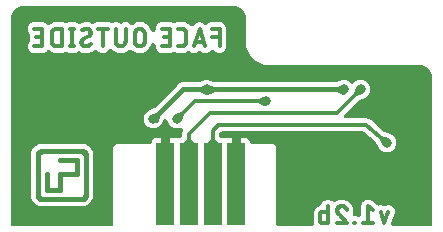
<source format=gbr>
G04 EAGLE Gerber RS-274X export*
G75*
%MOMM*%
%FSLAX34Y34*%
%LPD*%
%INBottom Copper*%
%IPPOS*%
%AMOC8*
5,1,8,0,0,1.08239X$1,22.5*%
G01*
%ADD10C,0.304800*%
%ADD11R,1.500000X7.000000*%
%ADD12C,0.800000*%
%ADD13C,0.406400*%

G36*
X89030Y4004D02*
X89030Y4004D01*
X89060Y4002D01*
X89229Y4024D01*
X89397Y4041D01*
X89426Y4050D01*
X89456Y4054D01*
X89617Y4109D01*
X89779Y4159D01*
X89806Y4173D01*
X89834Y4183D01*
X89980Y4269D01*
X90129Y4350D01*
X90153Y4370D01*
X90179Y4385D01*
X90305Y4498D01*
X90435Y4608D01*
X90454Y4631D01*
X90476Y4652D01*
X90577Y4788D01*
X90683Y4921D01*
X90697Y4948D01*
X90715Y4972D01*
X90787Y5125D01*
X90864Y5277D01*
X90872Y5306D01*
X90885Y5333D01*
X90925Y5499D01*
X90970Y5662D01*
X90973Y5692D01*
X90980Y5721D01*
X90999Y6000D01*
X90999Y71657D01*
X93343Y74001D01*
X117419Y74001D01*
X117490Y73996D01*
X121580Y73996D01*
X121614Y73999D01*
X121648Y73997D01*
X121813Y74019D01*
X121978Y74036D01*
X122010Y74046D01*
X122044Y74050D01*
X122201Y74105D01*
X122359Y74154D01*
X122389Y74170D01*
X122421Y74181D01*
X122564Y74266D01*
X122710Y74345D01*
X122736Y74367D01*
X122765Y74385D01*
X122889Y74496D01*
X123015Y74603D01*
X123036Y74629D01*
X123062Y74652D01*
X123160Y74786D01*
X123263Y74916D01*
X123279Y74946D01*
X123299Y74974D01*
X123369Y75124D01*
X123444Y75272D01*
X123453Y75305D01*
X123468Y75336D01*
X123541Y75605D01*
X123653Y76167D01*
X123955Y76895D01*
X124392Y77550D01*
X124950Y78108D01*
X125605Y78545D01*
X126333Y78847D01*
X127106Y79001D01*
X131251Y79001D01*
X131251Y41750D01*
X131254Y41720D01*
X131252Y41690D01*
X131274Y41521D01*
X131291Y41353D01*
X131300Y41324D01*
X131303Y41294D01*
X131358Y41133D01*
X131409Y40971D01*
X131423Y40945D01*
X131433Y40916D01*
X131519Y40770D01*
X131600Y40621D01*
X131620Y40598D01*
X131635Y40571D01*
X131748Y40445D01*
X131858Y40315D01*
X131881Y40297D01*
X131902Y40274D01*
X132038Y40173D01*
X132171Y40067D01*
X132198Y40053D01*
X132222Y40035D01*
X132375Y39963D01*
X132527Y39886D01*
X132556Y39878D01*
X132583Y39865D01*
X132749Y39825D01*
X132912Y39780D01*
X132942Y39778D01*
X132971Y39770D01*
X133250Y39751D01*
X136750Y39751D01*
X136780Y39754D01*
X136810Y39752D01*
X136979Y39774D01*
X137147Y39791D01*
X137176Y39800D01*
X137206Y39804D01*
X137367Y39859D01*
X137529Y39909D01*
X137556Y39923D01*
X137584Y39933D01*
X137730Y40019D01*
X137879Y40101D01*
X137903Y40120D01*
X137929Y40135D01*
X138055Y40249D01*
X138185Y40358D01*
X138204Y40382D01*
X138226Y40402D01*
X138327Y40538D01*
X138433Y40671D01*
X138447Y40698D01*
X138465Y40722D01*
X138537Y40876D01*
X138614Y41027D01*
X138622Y41056D01*
X138635Y41084D01*
X138675Y41249D01*
X138720Y41412D01*
X138723Y41442D01*
X138730Y41472D01*
X138749Y41750D01*
X138749Y79001D01*
X142894Y79001D01*
X143667Y78847D01*
X143863Y78766D01*
X143899Y78755D01*
X143933Y78738D01*
X144090Y78698D01*
X144245Y78651D01*
X144283Y78647D01*
X144319Y78638D01*
X144481Y78629D01*
X144643Y78614D01*
X144680Y78618D01*
X144718Y78616D01*
X144878Y78639D01*
X145040Y78657D01*
X145076Y78668D01*
X145113Y78674D01*
X145266Y78729D01*
X145421Y78778D01*
X145454Y78796D01*
X145489Y78809D01*
X145628Y78893D01*
X145770Y78972D01*
X145798Y78997D01*
X145805Y79001D01*
X147476Y79001D01*
X147506Y79004D01*
X147536Y79002D01*
X147705Y79024D01*
X147873Y79041D01*
X147902Y79050D01*
X147932Y79054D01*
X148093Y79109D01*
X148255Y79159D01*
X148282Y79173D01*
X148310Y79183D01*
X148456Y79269D01*
X148605Y79350D01*
X148629Y79370D01*
X148655Y79385D01*
X148781Y79498D01*
X148911Y79608D01*
X148930Y79631D01*
X148952Y79652D01*
X149053Y79788D01*
X149159Y79921D01*
X149173Y79948D01*
X149191Y79972D01*
X149263Y80125D01*
X149340Y80277D01*
X149348Y80306D01*
X149361Y80333D01*
X149401Y80499D01*
X149446Y80662D01*
X149449Y80692D01*
X149456Y80721D01*
X149475Y81000D01*
X149475Y83599D01*
X149926Y84686D01*
X149930Y84701D01*
X149937Y84714D01*
X149987Y84891D01*
X150041Y85069D01*
X150042Y85084D01*
X150046Y85098D01*
X150061Y85283D01*
X150078Y85466D01*
X150076Y85481D01*
X150077Y85497D01*
X150055Y85680D01*
X150035Y85863D01*
X150030Y85878D01*
X150028Y85893D01*
X149970Y86068D01*
X149914Y86244D01*
X149907Y86257D01*
X149902Y86272D01*
X149809Y86432D01*
X149720Y86593D01*
X149710Y86605D01*
X149702Y86618D01*
X149580Y86757D01*
X149460Y86897D01*
X149448Y86906D01*
X149438Y86917D01*
X149290Y87029D01*
X149145Y87142D01*
X149131Y87149D01*
X149119Y87158D01*
X148952Y87239D01*
X148788Y87321D01*
X148773Y87324D01*
X148759Y87331D01*
X148579Y87377D01*
X148402Y87424D01*
X148387Y87425D01*
X148372Y87429D01*
X148188Y87438D01*
X148003Y87449D01*
X147988Y87447D01*
X147973Y87448D01*
X147791Y87420D01*
X147608Y87394D01*
X147593Y87389D01*
X147578Y87387D01*
X147313Y87298D01*
X146591Y86999D01*
X143409Y86999D01*
X140468Y88217D01*
X138217Y90468D01*
X136915Y93611D01*
X136841Y93749D01*
X136773Y93890D01*
X136747Y93925D01*
X136726Y93963D01*
X136627Y94083D01*
X136532Y94208D01*
X136499Y94237D01*
X136471Y94270D01*
X136349Y94369D01*
X136232Y94472D01*
X136194Y94493D01*
X136160Y94521D01*
X136021Y94593D01*
X135885Y94671D01*
X135844Y94684D01*
X135805Y94704D01*
X135655Y94747D01*
X135506Y94797D01*
X135463Y94802D01*
X135421Y94814D01*
X135265Y94826D01*
X135110Y94845D01*
X135067Y94841D01*
X135023Y94845D01*
X134868Y94826D01*
X134712Y94813D01*
X134670Y94801D01*
X134627Y94796D01*
X134478Y94746D01*
X134328Y94703D01*
X134289Y94683D01*
X134248Y94669D01*
X134112Y94591D01*
X133973Y94519D01*
X133940Y94491D01*
X133902Y94470D01*
X133785Y94366D01*
X133663Y94268D01*
X133635Y94234D01*
X133602Y94205D01*
X133508Y94081D01*
X133408Y93960D01*
X133381Y93913D01*
X133361Y93887D01*
X133337Y93836D01*
X133269Y93718D01*
X132328Y91775D01*
X132313Y91735D01*
X132280Y91668D01*
X131783Y90468D01*
X129532Y88217D01*
X126591Y86999D01*
X123409Y86999D01*
X120468Y88217D01*
X118217Y90468D01*
X116999Y93409D01*
X116999Y96591D01*
X118217Y99532D01*
X120468Y101783D01*
X121668Y102280D01*
X121706Y102300D01*
X121775Y102328D01*
X125393Y104081D01*
X125558Y104182D01*
X125724Y104283D01*
X125729Y104288D01*
X125733Y104290D01*
X125749Y104305D01*
X125935Y104466D01*
X144604Y123136D01*
X146583Y125114D01*
X148800Y126033D01*
X162645Y126033D01*
X162837Y126052D01*
X163031Y126070D01*
X163038Y126072D01*
X163043Y126073D01*
X163063Y126079D01*
X163301Y126143D01*
X167100Y127462D01*
X167138Y127480D01*
X167209Y127504D01*
X168409Y128001D01*
X171591Y128001D01*
X172791Y127504D01*
X172832Y127491D01*
X172900Y127462D01*
X176699Y126143D01*
X176888Y126098D01*
X177076Y126052D01*
X177083Y126052D01*
X177088Y126051D01*
X177109Y126050D01*
X177355Y126033D01*
X278645Y126033D01*
X278837Y126052D01*
X279031Y126070D01*
X279038Y126072D01*
X279043Y126073D01*
X279063Y126079D01*
X279301Y126143D01*
X283100Y127462D01*
X283139Y127480D01*
X283209Y127504D01*
X284409Y128001D01*
X287591Y128001D01*
X290532Y126783D01*
X291836Y125478D01*
X291860Y125459D01*
X291880Y125436D01*
X292014Y125333D01*
X292146Y125226D01*
X292172Y125211D01*
X292196Y125193D01*
X292349Y125119D01*
X292499Y125039D01*
X292528Y125031D01*
X292555Y125018D01*
X292719Y124975D01*
X292882Y124927D01*
X292912Y124924D01*
X292942Y124917D01*
X293110Y124908D01*
X293280Y124893D01*
X293310Y124897D01*
X293340Y124895D01*
X293508Y124919D01*
X293677Y124939D01*
X293706Y124948D01*
X293736Y124953D01*
X293895Y125010D01*
X294057Y125063D01*
X294083Y125078D01*
X294112Y125088D01*
X294256Y125176D01*
X294404Y125260D01*
X294427Y125280D01*
X294453Y125295D01*
X294664Y125478D01*
X295968Y126783D01*
X298909Y128001D01*
X302091Y128001D01*
X305032Y126783D01*
X307283Y124532D01*
X308501Y121591D01*
X308501Y118409D01*
X307283Y115468D01*
X305032Y113217D01*
X304673Y113069D01*
X304666Y113065D01*
X304659Y113063D01*
X304489Y112970D01*
X304321Y112880D01*
X304315Y112875D01*
X304308Y112871D01*
X304307Y112870D01*
X303475Y112568D01*
X303474Y112568D01*
X303436Y112554D01*
X303405Y112539D01*
X303353Y112522D01*
X302039Y111977D01*
X301859Y111959D01*
X301851Y111957D01*
X301844Y111956D01*
X301575Y111880D01*
X299615Y111169D01*
X299538Y111132D01*
X299457Y111104D01*
X299358Y111046D01*
X299255Y110996D01*
X299187Y110945D01*
X299113Y110901D01*
X298978Y110787D01*
X298937Y110755D01*
X298923Y110741D01*
X298900Y110721D01*
X286840Y98955D01*
X286823Y98934D01*
X286802Y98916D01*
X286694Y98781D01*
X286584Y98649D01*
X286571Y98625D01*
X286553Y98603D01*
X286475Y98449D01*
X286393Y98298D01*
X286385Y98272D01*
X286372Y98247D01*
X286327Y98081D01*
X286276Y97916D01*
X286273Y97889D01*
X286266Y97862D01*
X286254Y97691D01*
X286237Y97519D01*
X286240Y97491D01*
X286238Y97464D01*
X286260Y97293D01*
X286278Y97121D01*
X286286Y97095D01*
X286290Y97068D01*
X286346Y96904D01*
X286397Y96740D01*
X286411Y96716D01*
X286419Y96690D01*
X286507Y96541D01*
X286590Y96390D01*
X286608Y96369D01*
X286622Y96345D01*
X286737Y96217D01*
X286848Y96085D01*
X286870Y96068D01*
X286888Y96048D01*
X287026Y95945D01*
X287162Y95838D01*
X287186Y95826D01*
X287208Y95809D01*
X287365Y95736D01*
X287518Y95658D01*
X287545Y95651D01*
X287570Y95639D01*
X287737Y95598D01*
X287904Y95553D01*
X287931Y95551D01*
X287958Y95544D01*
X288236Y95525D01*
X304711Y95525D01*
X304763Y95530D01*
X304864Y95531D01*
X305706Y95595D01*
X305749Y95586D01*
X305920Y95544D01*
X305949Y95542D01*
X305967Y95538D01*
X306019Y95537D01*
X306079Y95533D01*
X306847Y95215D01*
X306897Y95200D01*
X306991Y95161D01*
X307794Y94899D01*
X307830Y94874D01*
X307972Y94770D01*
X307998Y94757D01*
X308013Y94746D01*
X308060Y94726D01*
X308114Y94699D01*
X308702Y94111D01*
X308743Y94078D01*
X308815Y94007D01*
X320306Y84157D01*
X320376Y84108D01*
X320441Y84051D01*
X320540Y83994D01*
X320634Y83929D01*
X320712Y83895D01*
X320787Y83852D01*
X320953Y83791D01*
X321001Y83770D01*
X321020Y83766D01*
X321049Y83755D01*
X323367Y83080D01*
X323508Y83054D01*
X323647Y83020D01*
X323719Y83015D01*
X323760Y83008D01*
X323814Y83009D01*
X323926Y83001D01*
X324091Y83001D01*
X325056Y82601D01*
X325108Y82586D01*
X325262Y82529D01*
X325800Y82372D01*
X325890Y82314D01*
X325961Y82262D01*
X325969Y82256D01*
X326006Y82229D01*
X326070Y82197D01*
X326105Y82174D01*
X326156Y82154D01*
X326256Y82104D01*
X327032Y81783D01*
X329283Y79532D01*
X330501Y76591D01*
X330501Y73409D01*
X329283Y70468D01*
X327032Y68217D01*
X324091Y66999D01*
X320909Y66999D01*
X317968Y68217D01*
X315717Y70468D01*
X315193Y71734D01*
X315177Y71764D01*
X315157Y71815D01*
X313626Y75095D01*
X313582Y75169D01*
X313547Y75247D01*
X313480Y75340D01*
X313421Y75439D01*
X313364Y75502D01*
X313314Y75571D01*
X313188Y75696D01*
X313153Y75734D01*
X313137Y75746D01*
X313115Y75768D01*
X303518Y83994D01*
X303380Y84090D01*
X303245Y84191D01*
X303216Y84204D01*
X303190Y84222D01*
X303036Y84289D01*
X302883Y84361D01*
X302853Y84368D01*
X302824Y84381D01*
X302659Y84416D01*
X302495Y84456D01*
X302457Y84458D01*
X302433Y84464D01*
X302378Y84464D01*
X302217Y84475D01*
X183117Y84475D01*
X183071Y84471D01*
X183026Y84473D01*
X182873Y84451D01*
X182719Y84435D01*
X182676Y84422D01*
X182631Y84415D01*
X182485Y84363D01*
X182338Y84317D01*
X182298Y84296D01*
X182255Y84280D01*
X182123Y84200D01*
X181987Y84126D01*
X181952Y84096D01*
X181914Y84073D01*
X181703Y83890D01*
X181110Y83297D01*
X181082Y83262D01*
X181048Y83232D01*
X180956Y83108D01*
X180857Y82988D01*
X180836Y82948D01*
X180809Y82911D01*
X180743Y82771D01*
X180671Y82635D01*
X180658Y82591D01*
X180639Y82550D01*
X180602Y82400D01*
X180559Y82251D01*
X180555Y82206D01*
X180544Y82162D01*
X180525Y81883D01*
X180525Y81000D01*
X180528Y80970D01*
X180526Y80940D01*
X180548Y80771D01*
X180565Y80603D01*
X180574Y80574D01*
X180578Y80544D01*
X180633Y80383D01*
X180683Y80221D01*
X180697Y80194D01*
X180707Y80166D01*
X180793Y80020D01*
X180874Y79871D01*
X180894Y79847D01*
X180909Y79821D01*
X181022Y79695D01*
X181132Y79565D01*
X181155Y79546D01*
X181176Y79524D01*
X181312Y79423D01*
X181445Y79317D01*
X181472Y79303D01*
X181496Y79285D01*
X181649Y79213D01*
X181801Y79136D01*
X181830Y79128D01*
X181857Y79115D01*
X182023Y79075D01*
X182186Y79030D01*
X182216Y79027D01*
X182245Y79020D01*
X182524Y79001D01*
X184201Y79001D01*
X184268Y78947D01*
X184301Y78929D01*
X184332Y78906D01*
X184478Y78836D01*
X184621Y78760D01*
X184657Y78750D01*
X184692Y78733D01*
X184849Y78693D01*
X185004Y78648D01*
X185042Y78645D01*
X185079Y78635D01*
X185241Y78628D01*
X185402Y78614D01*
X185440Y78618D01*
X185478Y78617D01*
X185638Y78641D01*
X185799Y78660D01*
X185835Y78672D01*
X185873Y78677D01*
X186137Y78766D01*
X186333Y78847D01*
X187106Y79001D01*
X191251Y79001D01*
X191251Y41750D01*
X191254Y41720D01*
X191252Y41690D01*
X191274Y41521D01*
X191291Y41353D01*
X191300Y41324D01*
X191303Y41294D01*
X191358Y41133D01*
X191409Y40971D01*
X191423Y40945D01*
X191433Y40916D01*
X191519Y40770D01*
X191600Y40621D01*
X191620Y40598D01*
X191635Y40571D01*
X191748Y40445D01*
X191858Y40315D01*
X191881Y40297D01*
X191902Y40274D01*
X192038Y40173D01*
X192171Y40067D01*
X192198Y40053D01*
X192222Y40035D01*
X192375Y39963D01*
X192527Y39886D01*
X192556Y39878D01*
X192583Y39865D01*
X192749Y39825D01*
X192912Y39780D01*
X192942Y39778D01*
X192971Y39770D01*
X193250Y39751D01*
X196750Y39751D01*
X196780Y39754D01*
X196810Y39752D01*
X196979Y39774D01*
X197147Y39791D01*
X197176Y39800D01*
X197206Y39804D01*
X197367Y39859D01*
X197529Y39909D01*
X197556Y39923D01*
X197584Y39933D01*
X197730Y40019D01*
X197879Y40101D01*
X197903Y40120D01*
X197929Y40135D01*
X198055Y40249D01*
X198185Y40358D01*
X198204Y40382D01*
X198226Y40402D01*
X198327Y40538D01*
X198433Y40671D01*
X198447Y40698D01*
X198465Y40722D01*
X198537Y40876D01*
X198614Y41027D01*
X198622Y41056D01*
X198635Y41084D01*
X198675Y41249D01*
X198720Y41412D01*
X198723Y41442D01*
X198730Y41472D01*
X198749Y41750D01*
X198749Y79001D01*
X202894Y79001D01*
X203667Y78847D01*
X204395Y78545D01*
X205050Y78108D01*
X205608Y77550D01*
X206045Y76895D01*
X206347Y76167D01*
X206458Y75610D01*
X206468Y75577D01*
X206472Y75544D01*
X206526Y75387D01*
X206574Y75228D01*
X206591Y75198D01*
X206602Y75166D01*
X206686Y75023D01*
X206765Y74877D01*
X206787Y74851D01*
X206804Y74821D01*
X206915Y74698D01*
X207021Y74570D01*
X207048Y74549D01*
X207070Y74524D01*
X207203Y74425D01*
X207333Y74321D01*
X207363Y74306D01*
X207391Y74285D01*
X207541Y74215D01*
X207688Y74139D01*
X207721Y74130D01*
X207752Y74115D01*
X207913Y74076D01*
X208073Y74031D01*
X208107Y74028D01*
X208140Y74020D01*
X208419Y74001D01*
X226657Y74001D01*
X229001Y71657D01*
X229001Y6000D01*
X229004Y5970D01*
X229002Y5940D01*
X229024Y5771D01*
X229041Y5603D01*
X229050Y5574D01*
X229054Y5544D01*
X229109Y5383D01*
X229159Y5221D01*
X229173Y5194D01*
X229183Y5166D01*
X229269Y5020D01*
X229350Y4871D01*
X229370Y4847D01*
X229385Y4821D01*
X229498Y4695D01*
X229608Y4565D01*
X229631Y4546D01*
X229652Y4524D01*
X229788Y4423D01*
X229921Y4317D01*
X229948Y4303D01*
X229972Y4285D01*
X230125Y4213D01*
X230277Y4136D01*
X230306Y4128D01*
X230333Y4115D01*
X230499Y4075D01*
X230662Y4030D01*
X230692Y4027D01*
X230721Y4020D01*
X231000Y4001D01*
X258789Y4001D01*
X258941Y4016D01*
X259095Y4024D01*
X259140Y4036D01*
X259186Y4041D01*
X259333Y4086D01*
X259481Y4125D01*
X259523Y4145D01*
X259568Y4159D01*
X259702Y4232D01*
X259840Y4300D01*
X259877Y4328D01*
X259918Y4350D01*
X260035Y4449D01*
X260157Y4543D01*
X260188Y4578D01*
X260223Y4608D01*
X260319Y4728D01*
X260420Y4844D01*
X260443Y4884D01*
X260472Y4921D01*
X260541Y5058D01*
X260617Y5191D01*
X260631Y5235D01*
X260653Y5277D01*
X260693Y5425D01*
X260741Y5571D01*
X260747Y5617D01*
X260759Y5662D01*
X260770Y5815D01*
X260788Y5967D01*
X260784Y6014D01*
X260787Y6060D01*
X260767Y6212D01*
X260754Y6365D01*
X260741Y6410D01*
X260735Y6456D01*
X260685Y6601D01*
X260642Y6749D01*
X260617Y6801D01*
X260612Y6817D01*
X260612Y16028D01*
X262750Y19732D01*
X266529Y21914D01*
X266622Y21981D01*
X266720Y22039D01*
X266784Y22097D01*
X266853Y22147D01*
X266931Y22231D01*
X267016Y22308D01*
X267067Y22377D01*
X267125Y22440D01*
X267184Y22538D01*
X267252Y22630D01*
X267304Y22734D01*
X267333Y22781D01*
X267346Y22819D01*
X267377Y22880D01*
X268000Y24386D01*
X269554Y25940D01*
X271585Y26781D01*
X273783Y26781D01*
X275813Y25940D01*
X276373Y25380D01*
X276503Y25274D01*
X276630Y25163D01*
X276657Y25148D01*
X276682Y25128D01*
X276831Y25049D01*
X276977Y24966D01*
X277007Y24956D01*
X277035Y24941D01*
X277197Y24894D01*
X277357Y24841D01*
X277388Y24838D01*
X277418Y24829D01*
X277587Y24815D01*
X277753Y24795D01*
X277785Y24798D01*
X277816Y24795D01*
X277984Y24814D01*
X278152Y24828D01*
X278182Y24837D01*
X278213Y24841D01*
X278374Y24893D01*
X278535Y24940D01*
X278569Y24957D01*
X278593Y24965D01*
X278641Y24992D01*
X278786Y25063D01*
X281762Y26781D01*
X286411Y26781D01*
X290396Y25005D01*
X293314Y21760D01*
X293986Y19684D01*
X294325Y18639D01*
X294150Y16448D01*
X293807Y15776D01*
X293770Y15681D01*
X293724Y15590D01*
X293697Y15495D01*
X293662Y15404D01*
X293644Y15303D01*
X293617Y15205D01*
X293610Y15107D01*
X293593Y15010D01*
X293596Y14908D01*
X293589Y14806D01*
X293602Y14709D01*
X293605Y14611D01*
X293628Y14511D01*
X293641Y14410D01*
X293673Y14317D01*
X293695Y14222D01*
X293737Y14129D01*
X293771Y14032D01*
X293820Y13948D01*
X293861Y13859D01*
X293921Y13776D01*
X293973Y13688D01*
X294038Y13615D01*
X294096Y13535D01*
X294171Y13466D01*
X294239Y13390D01*
X294318Y13332D01*
X294390Y13265D01*
X294478Y13213D01*
X294560Y13152D01*
X294648Y13110D01*
X294732Y13059D01*
X294828Y13025D01*
X294921Y12982D01*
X295016Y12958D01*
X295109Y12925D01*
X295210Y12911D01*
X295309Y12887D01*
X295448Y12877D01*
X295504Y12869D01*
X295536Y12871D01*
X295587Y12867D01*
X297088Y12867D01*
X298233Y12393D01*
X298255Y12386D01*
X298275Y12376D01*
X298445Y12329D01*
X298615Y12278D01*
X298638Y12276D01*
X298660Y12270D01*
X298837Y12257D01*
X299013Y12241D01*
X299035Y12243D01*
X299058Y12242D01*
X299234Y12265D01*
X299410Y12284D01*
X299432Y12291D01*
X299454Y12294D01*
X299622Y12351D01*
X299791Y12405D01*
X299811Y12416D01*
X299832Y12423D01*
X299985Y12513D01*
X300140Y12599D01*
X300157Y12614D01*
X300177Y12625D01*
X300309Y12744D01*
X300443Y12859D01*
X300457Y12877D01*
X300474Y12892D01*
X300580Y13034D01*
X300689Y13174D01*
X300699Y13194D01*
X300713Y13212D01*
X300788Y13372D01*
X300867Y13531D01*
X300873Y13553D01*
X300883Y13574D01*
X300925Y13746D01*
X300971Y13917D01*
X300972Y13940D01*
X300978Y13962D01*
X300997Y14240D01*
X300997Y20839D01*
X300992Y20893D01*
X300985Y21060D01*
X300910Y21738D01*
X300918Y21768D01*
X300944Y21907D01*
X300978Y22046D01*
X300983Y22119D01*
X300990Y22161D01*
X300989Y22214D01*
X300997Y22324D01*
X300997Y22355D01*
X301258Y22985D01*
X301274Y23037D01*
X301331Y23194D01*
X301521Y23849D01*
X301540Y23873D01*
X301618Y23993D01*
X301702Y24107D01*
X301735Y24173D01*
X301758Y24208D01*
X301777Y24258D01*
X301826Y24357D01*
X301838Y24386D01*
X302321Y24868D01*
X302355Y24910D01*
X302468Y25033D01*
X302894Y25565D01*
X302921Y25580D01*
X303038Y25661D01*
X303160Y25735D01*
X303215Y25783D01*
X303250Y25807D01*
X303287Y25846D01*
X303371Y25918D01*
X303392Y25940D01*
X304023Y26201D01*
X304070Y26226D01*
X304222Y26296D01*
X304819Y26626D01*
X304850Y26629D01*
X304989Y26659D01*
X305130Y26680D01*
X305199Y26704D01*
X305241Y26713D01*
X305290Y26734D01*
X305395Y26769D01*
X305423Y26781D01*
X306105Y26781D01*
X306159Y26786D01*
X306326Y26793D01*
X307004Y26868D01*
X307034Y26860D01*
X307173Y26834D01*
X307311Y26800D01*
X307385Y26795D01*
X307426Y26787D01*
X307480Y26788D01*
X307590Y26781D01*
X307621Y26781D01*
X308251Y26520D01*
X308303Y26504D01*
X308460Y26446D01*
X309115Y26257D01*
X309139Y26237D01*
X309258Y26160D01*
X309373Y26076D01*
X309439Y26043D01*
X309474Y26020D01*
X309524Y26001D01*
X309623Y25951D01*
X309651Y25940D01*
X310134Y25457D01*
X310176Y25423D01*
X310299Y25310D01*
X314285Y22121D01*
X314332Y22090D01*
X314374Y22053D01*
X314499Y21982D01*
X314620Y21904D01*
X314672Y21883D01*
X314721Y21855D01*
X314858Y21810D01*
X314992Y21758D01*
X315047Y21748D01*
X315101Y21730D01*
X315243Y21713D01*
X315385Y21688D01*
X315441Y21690D01*
X315497Y21683D01*
X315640Y21695D01*
X315784Y21699D01*
X315839Y21711D01*
X315895Y21716D01*
X316166Y21785D01*
X316612Y21934D01*
X318804Y21778D01*
X319696Y21332D01*
X319872Y21265D01*
X320044Y21197D01*
X320057Y21195D01*
X320069Y21190D01*
X320252Y21160D01*
X320437Y21127D01*
X320451Y21127D01*
X320463Y21125D01*
X320648Y21132D01*
X320837Y21137D01*
X320849Y21139D01*
X320862Y21140D01*
X321043Y21184D01*
X321226Y21225D01*
X321241Y21231D01*
X321251Y21234D01*
X321285Y21250D01*
X321484Y21332D01*
X322376Y21778D01*
X324568Y21934D01*
X326653Y21239D01*
X328314Y19799D01*
X329297Y17833D01*
X329452Y15641D01*
X326450Y6632D01*
X326416Y6484D01*
X326376Y6338D01*
X326372Y6290D01*
X326362Y6243D01*
X326359Y6091D01*
X326348Y5940D01*
X326354Y5892D01*
X326353Y5843D01*
X326380Y5694D01*
X326400Y5544D01*
X326415Y5498D01*
X326424Y5450D01*
X326480Y5309D01*
X326529Y5166D01*
X326554Y5124D01*
X326572Y5079D01*
X326655Y4952D01*
X326731Y4821D01*
X326764Y4785D01*
X326790Y4745D01*
X326897Y4637D01*
X326998Y4524D01*
X327037Y4495D01*
X327071Y4460D01*
X327197Y4376D01*
X327318Y4285D01*
X327362Y4265D01*
X327402Y4238D01*
X327543Y4180D01*
X327680Y4115D01*
X327727Y4104D01*
X327772Y4085D01*
X327921Y4056D01*
X328068Y4020D01*
X328128Y4016D01*
X328164Y4009D01*
X328220Y4010D01*
X328346Y4001D01*
X359000Y4001D01*
X359030Y4004D01*
X359060Y4002D01*
X359229Y4024D01*
X359397Y4041D01*
X359426Y4050D01*
X359456Y4054D01*
X359617Y4109D01*
X359779Y4159D01*
X359806Y4173D01*
X359834Y4183D01*
X359980Y4269D01*
X360129Y4350D01*
X360153Y4370D01*
X360179Y4385D01*
X360305Y4498D01*
X360435Y4608D01*
X360454Y4631D01*
X360476Y4652D01*
X360577Y4788D01*
X360683Y4921D01*
X360697Y4948D01*
X360715Y4972D01*
X360787Y5125D01*
X360864Y5277D01*
X360872Y5306D01*
X360885Y5333D01*
X360925Y5499D01*
X360970Y5662D01*
X360973Y5692D01*
X360980Y5721D01*
X360999Y6000D01*
X360999Y130000D01*
X360998Y130011D01*
X360998Y130014D01*
X360996Y130029D01*
X360994Y130057D01*
X360990Y130196D01*
X360817Y131952D01*
X360786Y132103D01*
X360763Y132256D01*
X360745Y132310D01*
X360738Y132343D01*
X360716Y132396D01*
X360674Y132521D01*
X359330Y135765D01*
X359305Y135812D01*
X359287Y135862D01*
X359211Y135988D01*
X359141Y136117D01*
X359108Y136158D01*
X359080Y136203D01*
X358897Y136414D01*
X356414Y138897D01*
X356373Y138930D01*
X356337Y138970D01*
X356219Y139057D01*
X356105Y139150D01*
X356058Y139174D01*
X356015Y139206D01*
X355765Y139330D01*
X352521Y140674D01*
X352373Y140719D01*
X352227Y140770D01*
X352171Y140779D01*
X352138Y140789D01*
X352082Y140795D01*
X351952Y140817D01*
X350196Y140990D01*
X350139Y140990D01*
X350000Y140999D01*
X218721Y140999D01*
X211737Y143892D01*
X206392Y149237D01*
X203499Y156221D01*
X203499Y180000D01*
X203494Y180057D01*
X203490Y180196D01*
X203317Y181952D01*
X203286Y182103D01*
X203263Y182256D01*
X203245Y182310D01*
X203238Y182343D01*
X203216Y182396D01*
X203174Y182521D01*
X201830Y185765D01*
X201805Y185812D01*
X201787Y185862D01*
X201711Y185988D01*
X201641Y186117D01*
X201608Y186158D01*
X201580Y186203D01*
X201397Y186414D01*
X198914Y188897D01*
X198873Y188930D01*
X198837Y188970D01*
X198719Y189057D01*
X198605Y189150D01*
X198558Y189174D01*
X198515Y189206D01*
X198265Y189330D01*
X195021Y190674D01*
X194873Y190719D01*
X194727Y190770D01*
X194671Y190779D01*
X194638Y190789D01*
X194582Y190795D01*
X194452Y190817D01*
X192696Y190990D01*
X192639Y190990D01*
X192500Y190999D01*
X15000Y190999D01*
X14943Y190994D01*
X14804Y190990D01*
X13048Y190817D01*
X12897Y190786D01*
X12744Y190763D01*
X12690Y190745D01*
X12657Y190738D01*
X12604Y190716D01*
X12479Y190674D01*
X9235Y189330D01*
X9188Y189305D01*
X9138Y189287D01*
X9012Y189211D01*
X8883Y189141D01*
X8842Y189108D01*
X8797Y189080D01*
X8586Y188897D01*
X6103Y186414D01*
X6070Y186373D01*
X6030Y186337D01*
X5943Y186219D01*
X5850Y186105D01*
X5826Y186058D01*
X5794Y186015D01*
X5670Y185765D01*
X4326Y182521D01*
X4281Y182373D01*
X4230Y182227D01*
X4221Y182171D01*
X4211Y182138D01*
X4205Y182082D01*
X4183Y181952D01*
X4010Y180196D01*
X4010Y180139D01*
X4001Y180000D01*
X4001Y6000D01*
X4004Y5970D01*
X4002Y5940D01*
X4024Y5771D01*
X4041Y5603D01*
X4050Y5574D01*
X4054Y5544D01*
X4109Y5383D01*
X4159Y5221D01*
X4173Y5194D01*
X4183Y5166D01*
X4269Y5020D01*
X4350Y4871D01*
X4370Y4847D01*
X4385Y4821D01*
X4498Y4695D01*
X4608Y4565D01*
X4631Y4546D01*
X4652Y4524D01*
X4788Y4423D01*
X4921Y4317D01*
X4948Y4303D01*
X4972Y4285D01*
X5125Y4213D01*
X5277Y4136D01*
X5306Y4128D01*
X5333Y4115D01*
X5499Y4075D01*
X5662Y4030D01*
X5692Y4027D01*
X5721Y4020D01*
X6000Y4001D01*
X89000Y4001D01*
X89030Y4004D01*
G37*
%LPC*%
G36*
X167417Y151091D02*
X167417Y151091D01*
X165426Y152087D01*
X165379Y152130D01*
X165258Y152252D01*
X165234Y152267D01*
X165214Y152286D01*
X165068Y152377D01*
X164924Y152472D01*
X164898Y152483D01*
X164875Y152497D01*
X164714Y152557D01*
X164554Y152622D01*
X164527Y152627D01*
X164500Y152637D01*
X164330Y152663D01*
X164161Y152695D01*
X164133Y152694D01*
X164106Y152699D01*
X163934Y152691D01*
X163762Y152688D01*
X163735Y152682D01*
X163707Y152681D01*
X163540Y152639D01*
X163372Y152603D01*
X163346Y152591D01*
X163319Y152585D01*
X163163Y152510D01*
X163007Y152441D01*
X162984Y152425D01*
X162958Y152413D01*
X162821Y152309D01*
X162681Y152210D01*
X162657Y152186D01*
X162639Y152173D01*
X162604Y152133D01*
X162553Y152082D01*
X160571Y151091D01*
X158379Y150935D01*
X156294Y151630D01*
X155932Y151944D01*
X155851Y152001D01*
X155778Y152065D01*
X155689Y152115D01*
X155605Y152175D01*
X155516Y152214D01*
X155431Y152262D01*
X155333Y152294D01*
X155240Y152335D01*
X155144Y152356D01*
X155051Y152387D01*
X154949Y152398D01*
X154849Y152420D01*
X154751Y152422D01*
X154654Y152433D01*
X154552Y152424D01*
X154450Y152426D01*
X154354Y152408D01*
X154256Y152400D01*
X154158Y152371D01*
X154057Y152352D01*
X153967Y152315D01*
X153873Y152288D01*
X153740Y152223D01*
X153687Y152201D01*
X153663Y152186D01*
X153622Y152165D01*
X151602Y150999D01*
X144872Y150999D01*
X143180Y151700D01*
X143137Y151713D01*
X143096Y151733D01*
X142946Y151771D01*
X142798Y151815D01*
X142753Y151819D01*
X142709Y151830D01*
X142554Y151838D01*
X142400Y151852D01*
X142355Y151847D01*
X142310Y151849D01*
X142157Y151826D01*
X142003Y151809D01*
X141960Y151795D01*
X141915Y151788D01*
X141650Y151700D01*
X139959Y150999D01*
X131213Y150999D01*
X129183Y151840D01*
X127629Y153394D01*
X126788Y155425D01*
X126788Y157017D01*
X126780Y157094D01*
X126782Y157171D01*
X126760Y157292D01*
X126748Y157415D01*
X126725Y157488D01*
X126711Y157564D01*
X126666Y157678D01*
X126630Y157796D01*
X126593Y157864D01*
X126564Y157935D01*
X126497Y158039D01*
X126438Y158147D01*
X126388Y158206D01*
X126346Y158270D01*
X126260Y158358D01*
X126181Y158452D01*
X126120Y158500D01*
X126066Y158555D01*
X125964Y158624D01*
X125868Y158700D01*
X125799Y158735D01*
X125735Y158778D01*
X125621Y158825D01*
X125511Y158881D01*
X125437Y158902D01*
X125366Y158931D01*
X125245Y158955D01*
X125126Y158988D01*
X125050Y158993D01*
X124974Y159008D01*
X124851Y159007D01*
X124728Y159016D01*
X124652Y159006D01*
X124575Y159005D01*
X124454Y158980D01*
X124332Y158964D01*
X124259Y158939D01*
X124184Y158923D01*
X124071Y158874D01*
X123954Y158834D01*
X123888Y158795D01*
X123817Y158765D01*
X123716Y158695D01*
X123610Y158632D01*
X123552Y158581D01*
X123489Y158537D01*
X123404Y158448D01*
X123312Y158366D01*
X123266Y158304D01*
X123213Y158248D01*
X123099Y158080D01*
X123074Y158045D01*
X123068Y158033D01*
X123057Y158017D01*
X120493Y153576D01*
X116030Y150999D01*
X110876Y150999D01*
X106376Y153597D01*
X106279Y153641D01*
X106186Y153694D01*
X106097Y153723D01*
X106012Y153761D01*
X105908Y153785D01*
X105806Y153818D01*
X105714Y153829D01*
X105623Y153850D01*
X105516Y153852D01*
X105410Y153865D01*
X105317Y153857D01*
X105223Y153859D01*
X105118Y153840D01*
X105012Y153831D01*
X104922Y153805D01*
X104830Y153789D01*
X104731Y153750D01*
X104628Y153720D01*
X104511Y153663D01*
X104459Y153642D01*
X104429Y153623D01*
X104377Y153597D01*
X99877Y150999D01*
X94724Y150999D01*
X90228Y153595D01*
X90194Y153635D01*
X90126Y153729D01*
X90064Y153786D01*
X90009Y153850D01*
X89918Y153922D01*
X89833Y154000D01*
X89761Y154044D01*
X89694Y154096D01*
X89591Y154148D01*
X89492Y154208D01*
X89413Y154237D01*
X89337Y154274D01*
X89225Y154304D01*
X89116Y154344D01*
X89033Y154356D01*
X88951Y154378D01*
X88836Y154385D01*
X88721Y154402D01*
X88637Y154398D01*
X88553Y154403D01*
X88438Y154387D01*
X88322Y154381D01*
X88241Y154360D01*
X88157Y154348D01*
X88048Y154309D01*
X87936Y154280D01*
X87860Y154244D01*
X87780Y154215D01*
X87681Y154156D01*
X87577Y154105D01*
X87510Y154054D01*
X87437Y154011D01*
X87352Y153933D01*
X87260Y153862D01*
X87204Y153799D01*
X87142Y153742D01*
X87073Y153649D01*
X86997Y153561D01*
X86956Y153488D01*
X86923Y153443D01*
X85320Y151840D01*
X83289Y150999D01*
X81091Y150999D01*
X79061Y151840D01*
X77599Y153302D01*
X77572Y153324D01*
X77549Y153350D01*
X77418Y153451D01*
X77290Y153555D01*
X77259Y153571D01*
X77232Y153592D01*
X77083Y153664D01*
X76936Y153742D01*
X76903Y153751D01*
X76872Y153766D01*
X76712Y153807D01*
X76553Y153854D01*
X76519Y153857D01*
X76485Y153865D01*
X76320Y153874D01*
X76155Y153888D01*
X76121Y153884D01*
X76086Y153886D01*
X75922Y153861D01*
X75758Y153842D01*
X75726Y153831D01*
X75691Y153826D01*
X75535Y153769D01*
X75378Y153718D01*
X75349Y153701D01*
X75316Y153689D01*
X75175Y153603D01*
X75031Y153521D01*
X75005Y153499D01*
X74975Y153481D01*
X74766Y153297D01*
X74385Y152913D01*
X69792Y150999D01*
X68801Y150999D01*
X68800Y150999D01*
X67241Y150999D01*
X64946Y150999D01*
X63179Y152019D01*
X63026Y152089D01*
X62874Y152163D01*
X62844Y152171D01*
X62815Y152184D01*
X62651Y152221D01*
X62488Y152263D01*
X62457Y152265D01*
X62426Y152272D01*
X62257Y152276D01*
X62089Y152285D01*
X62058Y152281D01*
X62026Y152281D01*
X61860Y152252D01*
X61694Y152227D01*
X61664Y152217D01*
X61633Y152211D01*
X61477Y152149D01*
X61318Y152092D01*
X61291Y152076D01*
X61262Y152064D01*
X61121Y151972D01*
X60977Y151885D01*
X60948Y151860D01*
X60942Y151856D01*
X58874Y150999D01*
X53403Y150999D01*
X51618Y151738D01*
X51575Y151751D01*
X51534Y151771D01*
X51384Y151809D01*
X51236Y151854D01*
X51191Y151858D01*
X51147Y151869D01*
X50992Y151876D01*
X50838Y151891D01*
X50793Y151886D01*
X50748Y151888D01*
X50595Y151864D01*
X50441Y151848D01*
X50398Y151834D01*
X50353Y151827D01*
X50088Y151738D01*
X48304Y150999D01*
X40536Y150999D01*
X36942Y153074D01*
X36789Y153143D01*
X36637Y153217D01*
X36607Y153225D01*
X36578Y153238D01*
X36413Y153276D01*
X36251Y153318D01*
X36219Y153320D01*
X36188Y153327D01*
X36019Y153331D01*
X35852Y153340D01*
X35821Y153335D01*
X35789Y153336D01*
X35623Y153306D01*
X35457Y153282D01*
X35427Y153271D01*
X35396Y153266D01*
X35240Y153204D01*
X35081Y153147D01*
X35054Y153130D01*
X35025Y153119D01*
X34883Y153027D01*
X34740Y152939D01*
X34711Y152914D01*
X34690Y152901D01*
X34650Y152862D01*
X34529Y152756D01*
X33613Y151840D01*
X31582Y150999D01*
X22837Y150999D01*
X20806Y151840D01*
X19252Y153394D01*
X18411Y155425D01*
X18411Y157623D01*
X19252Y159654D01*
X20029Y160430D01*
X20053Y160460D01*
X20081Y160485D01*
X20179Y160614D01*
X20282Y160740D01*
X20299Y160773D01*
X20322Y160803D01*
X20392Y160949D01*
X20468Y161093D01*
X20479Y161129D01*
X20495Y161163D01*
X20535Y161320D01*
X20580Y161476D01*
X20584Y161514D01*
X20593Y161551D01*
X20601Y161712D01*
X20614Y161874D01*
X20610Y161912D01*
X20612Y161950D01*
X20587Y162110D01*
X20568Y162271D01*
X20557Y162307D01*
X20551Y162344D01*
X20462Y162609D01*
X20048Y163610D01*
X20048Y165864D01*
X20051Y165877D01*
X20098Y166033D01*
X20102Y166070D01*
X20111Y166107D01*
X20120Y166269D01*
X20135Y166430D01*
X20131Y166468D01*
X20133Y166506D01*
X20110Y166666D01*
X20092Y166828D01*
X20081Y166864D01*
X20075Y166901D01*
X20020Y167054D01*
X19971Y167208D01*
X19953Y167241D01*
X19940Y167277D01*
X19856Y167415D01*
X19777Y167557D01*
X19752Y167586D01*
X19733Y167618D01*
X19550Y167829D01*
X19252Y168127D01*
X18411Y170157D01*
X18411Y172355D01*
X19252Y174386D01*
X20806Y175940D01*
X22837Y176781D01*
X31582Y176781D01*
X33613Y175940D01*
X34529Y175024D01*
X34659Y174917D01*
X34786Y174807D01*
X34814Y174791D01*
X34838Y174771D01*
X34987Y174692D01*
X35133Y174609D01*
X35163Y174599D01*
X35191Y174585D01*
X35353Y174537D01*
X35513Y174485D01*
X35544Y174481D01*
X35575Y174472D01*
X35743Y174458D01*
X35910Y174438D01*
X35941Y174441D01*
X35973Y174438D01*
X36140Y174458D01*
X36308Y174472D01*
X36338Y174481D01*
X36369Y174484D01*
X36530Y174537D01*
X36691Y174584D01*
X36726Y174600D01*
X36749Y174608D01*
X36797Y174635D01*
X36942Y174706D01*
X40536Y176781D01*
X48304Y176781D01*
X50088Y176042D01*
X50131Y176029D01*
X50172Y176009D01*
X50323Y175971D01*
X50470Y175926D01*
X50516Y175922D01*
X50560Y175911D01*
X50714Y175904D01*
X50868Y175889D01*
X50913Y175894D01*
X50959Y175892D01*
X51111Y175916D01*
X51265Y175932D01*
X51309Y175946D01*
X51353Y175953D01*
X51618Y176042D01*
X53403Y176781D01*
X58874Y176781D01*
X60937Y175926D01*
X60963Y175905D01*
X61088Y175795D01*
X61117Y175779D01*
X61143Y175758D01*
X61290Y175680D01*
X61435Y175597D01*
X61467Y175587D01*
X61496Y175572D01*
X61656Y175525D01*
X61815Y175472D01*
X61848Y175469D01*
X61880Y175459D01*
X62046Y175445D01*
X62211Y175425D01*
X62244Y175428D01*
X62278Y175425D01*
X62443Y175444D01*
X62609Y175458D01*
X62649Y175468D01*
X62674Y175471D01*
X62727Y175488D01*
X62880Y175528D01*
X66639Y176781D01*
X70889Y176781D01*
X72680Y175747D01*
X72834Y175677D01*
X72985Y175603D01*
X73016Y175595D01*
X73044Y175583D01*
X73209Y175545D01*
X73372Y175503D01*
X73403Y175501D01*
X73434Y175494D01*
X73603Y175490D01*
X73770Y175481D01*
X73802Y175485D01*
X73833Y175485D01*
X73999Y175514D01*
X74166Y175539D01*
X74195Y175549D01*
X74226Y175555D01*
X74383Y175617D01*
X74541Y175674D01*
X74568Y175690D01*
X74598Y175702D01*
X74739Y175794D01*
X74883Y175881D01*
X74912Y175906D01*
X74932Y175920D01*
X74941Y175928D01*
X76999Y176781D01*
X87382Y176781D01*
X88980Y176118D01*
X89024Y176105D01*
X89065Y176086D01*
X89215Y176048D01*
X89363Y176003D01*
X89408Y175999D01*
X89452Y175988D01*
X89607Y175981D01*
X89761Y175966D01*
X89806Y175971D01*
X89851Y175969D01*
X90004Y175993D01*
X90158Y176009D01*
X90201Y176023D01*
X90246Y176030D01*
X90511Y176118D01*
X92109Y176781D01*
X94307Y176781D01*
X96536Y175858D01*
X96579Y175845D01*
X96620Y175825D01*
X96770Y175787D01*
X96918Y175743D01*
X96963Y175738D01*
X97007Y175727D01*
X97162Y175720D01*
X97316Y175706D01*
X97361Y175711D01*
X97406Y175708D01*
X97559Y175732D01*
X97713Y175749D01*
X97756Y175762D01*
X97801Y175769D01*
X98066Y175858D01*
X100294Y176781D01*
X102492Y176781D01*
X104522Y175940D01*
X105230Y175232D01*
X105361Y175125D01*
X105487Y175015D01*
X105515Y174999D01*
X105539Y174979D01*
X105688Y174901D01*
X105835Y174817D01*
X105865Y174808D01*
X105893Y174793D01*
X106054Y174746D01*
X106214Y174693D01*
X106246Y174689D01*
X106276Y174681D01*
X106444Y174666D01*
X106611Y174647D01*
X106642Y174649D01*
X106674Y174647D01*
X106842Y174666D01*
X107009Y174680D01*
X107039Y174689D01*
X107071Y174693D01*
X107231Y174745D01*
X107392Y174792D01*
X107427Y174809D01*
X107450Y174816D01*
X107499Y174844D01*
X107643Y174914D01*
X110876Y176781D01*
X116030Y176781D01*
X120493Y174204D01*
X123057Y169763D01*
X123102Y169701D01*
X123139Y169633D01*
X123218Y169539D01*
X123290Y169439D01*
X123347Y169387D01*
X123396Y169328D01*
X123493Y169251D01*
X123583Y169167D01*
X123649Y169127D01*
X123709Y169080D01*
X123819Y169024D01*
X123924Y168960D01*
X123997Y168933D01*
X124065Y168899D01*
X124184Y168866D01*
X124300Y168824D01*
X124376Y168813D01*
X124450Y168792D01*
X124573Y168784D01*
X124695Y168765D01*
X124772Y168770D01*
X124849Y168764D01*
X124971Y168780D01*
X125094Y168787D01*
X125168Y168806D01*
X125245Y168816D01*
X125361Y168856D01*
X125481Y168887D01*
X125550Y168921D01*
X125623Y168946D01*
X125729Y169008D01*
X125840Y169062D01*
X125901Y169109D01*
X125967Y169148D01*
X126059Y169230D01*
X126157Y169305D01*
X126207Y169363D01*
X126265Y169414D01*
X126338Y169513D01*
X126419Y169606D01*
X126457Y169673D01*
X126503Y169735D01*
X126555Y169846D01*
X126617Y169953D01*
X126641Y170027D01*
X126673Y170096D01*
X126702Y170216D01*
X126741Y170333D01*
X126750Y170409D01*
X126768Y170484D01*
X126782Y170687D01*
X126787Y170730D01*
X126786Y170743D01*
X126788Y170763D01*
X126788Y172355D01*
X127629Y174386D01*
X129183Y175940D01*
X131213Y176781D01*
X139959Y176781D01*
X141650Y176080D01*
X141694Y176067D01*
X141735Y176047D01*
X141885Y176009D01*
X142033Y175965D01*
X142078Y175961D01*
X142122Y175950D01*
X142277Y175942D01*
X142430Y175928D01*
X142475Y175933D01*
X142521Y175931D01*
X142674Y175954D01*
X142828Y175971D01*
X142871Y175985D01*
X142916Y175992D01*
X143180Y176080D01*
X144872Y176781D01*
X150741Y176781D01*
X151602Y176781D01*
X155686Y174423D01*
X155778Y174263D01*
X155873Y174131D01*
X155963Y173996D01*
X155989Y173969D01*
X156011Y173939D01*
X156130Y173829D01*
X156246Y173714D01*
X156277Y173693D01*
X156304Y173668D01*
X156443Y173583D01*
X156579Y173493D01*
X156614Y173479D01*
X156645Y173460D01*
X156798Y173404D01*
X156949Y173344D01*
X156986Y173337D01*
X157021Y173324D01*
X157182Y173300D01*
X157342Y173271D01*
X157379Y173271D01*
X157416Y173266D01*
X157579Y173274D01*
X157741Y173277D01*
X157778Y173285D01*
X157815Y173287D01*
X157973Y173328D01*
X158131Y173363D01*
X158165Y173378D01*
X158202Y173387D01*
X158348Y173459D01*
X158497Y173524D01*
X158527Y173546D01*
X158561Y173562D01*
X158690Y173661D01*
X158823Y173755D01*
X158855Y173788D01*
X158878Y173805D01*
X158915Y173848D01*
X159020Y173953D01*
X159199Y174159D01*
X159263Y174250D01*
X159335Y174335D01*
X159397Y174440D01*
X159429Y174486D01*
X159444Y174520D01*
X159477Y174575D01*
X159544Y174710D01*
X159970Y175079D01*
X159972Y175081D01*
X159973Y175082D01*
X160171Y175280D01*
X160540Y175706D01*
X160675Y175773D01*
X160769Y175833D01*
X160867Y175883D01*
X160965Y175957D01*
X161012Y175987D01*
X161040Y176013D01*
X161091Y176051D01*
X161204Y176150D01*
X161739Y176328D01*
X161741Y176329D01*
X161744Y176329D01*
X162001Y176437D01*
X162506Y176689D01*
X162656Y176700D01*
X162765Y176718D01*
X162876Y176728D01*
X162995Y176758D01*
X163050Y176768D01*
X163085Y176781D01*
X163147Y176797D01*
X163289Y176845D01*
X163852Y176805D01*
X163854Y176805D01*
X163856Y176804D01*
X164136Y176805D01*
X164698Y176845D01*
X164841Y176797D01*
X164950Y176773D01*
X165055Y176739D01*
X165176Y176722D01*
X165231Y176709D01*
X165269Y176709D01*
X165332Y176700D01*
X165482Y176689D01*
X165986Y176437D01*
X165988Y176436D01*
X165990Y176435D01*
X166248Y176328D01*
X166783Y176150D01*
X166897Y176051D01*
X166988Y175987D01*
X167073Y175915D01*
X167178Y175853D01*
X167223Y175821D01*
X167258Y175806D01*
X167313Y175773D01*
X167448Y175706D01*
X167762Y175343D01*
X167836Y175273D01*
X167902Y175197D01*
X167981Y175137D01*
X168053Y175069D01*
X168139Y175015D01*
X168219Y174954D01*
X168308Y174910D01*
X168392Y174858D01*
X168487Y174823D01*
X168578Y174778D01*
X168674Y174753D01*
X168767Y174719D01*
X168866Y174703D01*
X168965Y174677D01*
X169063Y174672D01*
X169161Y174657D01*
X169262Y174661D01*
X169363Y174656D01*
X169461Y174670D01*
X169560Y174674D01*
X169659Y174699D01*
X169759Y174713D01*
X169852Y174747D01*
X169948Y174771D01*
X170039Y174814D01*
X170134Y174849D01*
X170219Y174900D01*
X170308Y174943D01*
X170389Y175003D01*
X170476Y175056D01*
X170582Y175149D01*
X170628Y175183D01*
X170648Y175206D01*
X170687Y175239D01*
X171387Y175940D01*
X173418Y176781D01*
X182163Y176781D01*
X184194Y175940D01*
X185748Y174386D01*
X186589Y172355D01*
X186589Y155425D01*
X185748Y153394D01*
X184194Y151840D01*
X182163Y150999D01*
X179965Y150999D01*
X177935Y151840D01*
X176433Y153342D01*
X176315Y153438D01*
X176202Y153540D01*
X176161Y153565D01*
X176123Y153595D01*
X175989Y153666D01*
X175858Y153743D01*
X175813Y153759D01*
X175770Y153781D01*
X175624Y153824D01*
X175481Y153874D01*
X175433Y153880D01*
X175387Y153894D01*
X175236Y153907D01*
X175085Y153927D01*
X175037Y153924D01*
X174989Y153928D01*
X174838Y153910D01*
X174687Y153900D01*
X174640Y153887D01*
X174592Y153882D01*
X174448Y153835D01*
X174301Y153795D01*
X174258Y153773D01*
X174212Y153758D01*
X174080Y153683D01*
X173945Y153615D01*
X173907Y153585D01*
X173865Y153561D01*
X173750Y153461D01*
X173631Y153368D01*
X173600Y153331D01*
X173563Y153299D01*
X173471Y153179D01*
X173446Y153150D01*
X171694Y151630D01*
X169609Y150935D01*
X167417Y151091D01*
G37*
%LPD*%
%LPC*%
G36*
X27714Y21467D02*
X27714Y21467D01*
X23754Y23754D01*
X21467Y27714D01*
X21467Y67286D01*
X23754Y71246D01*
X27714Y73533D01*
X67286Y73533D01*
X71246Y71246D01*
X73533Y67286D01*
X73533Y27714D01*
X71246Y23754D01*
X67286Y21467D01*
X27714Y21467D01*
G37*
%LPD*%
D10*
X181064Y156524D02*
X181064Y171256D01*
X174517Y171256D01*
X174517Y164708D02*
X181064Y164708D01*
X168905Y156524D02*
X163994Y171256D01*
X159083Y156524D01*
X160311Y160207D02*
X167677Y160207D01*
X149245Y156524D02*
X145971Y156524D01*
X149245Y156524D02*
X149357Y156526D01*
X149468Y156532D01*
X149580Y156541D01*
X149691Y156554D01*
X149801Y156572D01*
X149911Y156592D01*
X150020Y156617D01*
X150128Y156645D01*
X150235Y156677D01*
X150341Y156713D01*
X150446Y156752D01*
X150549Y156795D01*
X150651Y156841D01*
X150751Y156891D01*
X150850Y156944D01*
X150946Y157001D01*
X151041Y157060D01*
X151133Y157123D01*
X151223Y157189D01*
X151311Y157258D01*
X151397Y157330D01*
X151480Y157405D01*
X151560Y157483D01*
X151638Y157563D01*
X151713Y157646D01*
X151785Y157732D01*
X151854Y157820D01*
X151920Y157910D01*
X151983Y158002D01*
X152042Y158097D01*
X152099Y158193D01*
X152152Y158292D01*
X152202Y158392D01*
X152248Y158494D01*
X152291Y158597D01*
X152330Y158702D01*
X152366Y158808D01*
X152398Y158915D01*
X152426Y159023D01*
X152451Y159132D01*
X152471Y159242D01*
X152489Y159352D01*
X152502Y159463D01*
X152511Y159575D01*
X152517Y159686D01*
X152519Y159798D01*
X152518Y159798D02*
X152518Y167982D01*
X152519Y167982D02*
X152517Y168094D01*
X152511Y168205D01*
X152502Y168317D01*
X152489Y168428D01*
X152471Y168538D01*
X152451Y168648D01*
X152426Y168757D01*
X152398Y168865D01*
X152366Y168972D01*
X152330Y169078D01*
X152291Y169183D01*
X152248Y169286D01*
X152202Y169388D01*
X152152Y169488D01*
X152099Y169587D01*
X152042Y169683D01*
X151983Y169778D01*
X151920Y169870D01*
X151854Y169960D01*
X151785Y170048D01*
X151713Y170134D01*
X151638Y170217D01*
X151560Y170297D01*
X151480Y170375D01*
X151397Y170450D01*
X151311Y170522D01*
X151223Y170591D01*
X151133Y170657D01*
X151041Y170720D01*
X150946Y170779D01*
X150850Y170836D01*
X150751Y170889D01*
X150651Y170939D01*
X150549Y170985D01*
X150446Y171028D01*
X150341Y171067D01*
X150235Y171103D01*
X150128Y171135D01*
X150020Y171163D01*
X149911Y171188D01*
X149801Y171208D01*
X149691Y171226D01*
X149580Y171239D01*
X149468Y171248D01*
X149357Y171254D01*
X149245Y171256D01*
X145971Y171256D01*
X138860Y156524D02*
X132312Y156524D01*
X138860Y156524D02*
X138860Y171256D01*
X132312Y171256D01*
X133949Y164708D02*
X138860Y164708D01*
X117545Y167164D02*
X117545Y160616D01*
X117545Y167164D02*
X117543Y167291D01*
X117537Y167418D01*
X117527Y167545D01*
X117513Y167672D01*
X117496Y167798D01*
X117474Y167923D01*
X117448Y168048D01*
X117419Y168172D01*
X117386Y168295D01*
X117349Y168416D01*
X117308Y168537D01*
X117263Y168656D01*
X117215Y168774D01*
X117163Y168890D01*
X117108Y169005D01*
X117049Y169117D01*
X116986Y169228D01*
X116920Y169337D01*
X116851Y169444D01*
X116778Y169549D01*
X116703Y169651D01*
X116624Y169751D01*
X116542Y169848D01*
X116457Y169943D01*
X116369Y170035D01*
X116278Y170124D01*
X116185Y170211D01*
X116089Y170294D01*
X115990Y170375D01*
X115889Y170452D01*
X115786Y170526D01*
X115680Y170597D01*
X115572Y170665D01*
X115462Y170729D01*
X115350Y170790D01*
X115237Y170847D01*
X115121Y170901D01*
X115004Y170951D01*
X114886Y170997D01*
X114766Y171040D01*
X114645Y171079D01*
X114522Y171114D01*
X114399Y171145D01*
X114275Y171173D01*
X114150Y171196D01*
X114024Y171216D01*
X113898Y171232D01*
X113771Y171244D01*
X113644Y171252D01*
X113517Y171256D01*
X113389Y171256D01*
X113262Y171252D01*
X113135Y171244D01*
X113008Y171232D01*
X112882Y171216D01*
X112756Y171196D01*
X112631Y171173D01*
X112507Y171145D01*
X112384Y171114D01*
X112261Y171079D01*
X112140Y171040D01*
X112020Y170997D01*
X111902Y170951D01*
X111785Y170901D01*
X111669Y170847D01*
X111556Y170790D01*
X111444Y170729D01*
X111334Y170665D01*
X111226Y170597D01*
X111120Y170526D01*
X111017Y170452D01*
X110916Y170375D01*
X110817Y170294D01*
X110721Y170211D01*
X110628Y170124D01*
X110537Y170035D01*
X110449Y169943D01*
X110364Y169848D01*
X110282Y169751D01*
X110203Y169651D01*
X110128Y169549D01*
X110055Y169444D01*
X109986Y169337D01*
X109920Y169228D01*
X109857Y169117D01*
X109798Y169005D01*
X109743Y168890D01*
X109691Y168774D01*
X109643Y168656D01*
X109598Y168537D01*
X109557Y168416D01*
X109520Y168295D01*
X109487Y168172D01*
X109458Y168048D01*
X109432Y167923D01*
X109410Y167798D01*
X109393Y167672D01*
X109379Y167545D01*
X109369Y167418D01*
X109363Y167291D01*
X109361Y167164D01*
X109361Y160616D01*
X109363Y160489D01*
X109369Y160362D01*
X109379Y160235D01*
X109393Y160108D01*
X109410Y159982D01*
X109432Y159857D01*
X109458Y159732D01*
X109487Y159608D01*
X109520Y159485D01*
X109557Y159364D01*
X109598Y159243D01*
X109643Y159124D01*
X109691Y159006D01*
X109743Y158890D01*
X109798Y158775D01*
X109857Y158663D01*
X109920Y158552D01*
X109986Y158443D01*
X110055Y158336D01*
X110128Y158231D01*
X110203Y158129D01*
X110282Y158029D01*
X110364Y157932D01*
X110449Y157837D01*
X110537Y157745D01*
X110628Y157656D01*
X110721Y157569D01*
X110817Y157486D01*
X110916Y157405D01*
X111017Y157328D01*
X111120Y157254D01*
X111226Y157183D01*
X111334Y157115D01*
X111444Y157051D01*
X111556Y156990D01*
X111669Y156933D01*
X111785Y156879D01*
X111902Y156829D01*
X112020Y156783D01*
X112140Y156740D01*
X112261Y156701D01*
X112384Y156666D01*
X112507Y156635D01*
X112631Y156607D01*
X112756Y156584D01*
X112882Y156564D01*
X113008Y156548D01*
X113135Y156536D01*
X113262Y156528D01*
X113389Y156524D01*
X113517Y156524D01*
X113644Y156528D01*
X113771Y156536D01*
X113898Y156548D01*
X114024Y156564D01*
X114150Y156584D01*
X114275Y156607D01*
X114399Y156635D01*
X114522Y156666D01*
X114645Y156701D01*
X114766Y156740D01*
X114886Y156783D01*
X115004Y156829D01*
X115121Y156879D01*
X115237Y156933D01*
X115350Y156990D01*
X115462Y157051D01*
X115572Y157115D01*
X115680Y157183D01*
X115786Y157254D01*
X115889Y157328D01*
X115990Y157405D01*
X116089Y157486D01*
X116185Y157569D01*
X116278Y157656D01*
X116369Y157745D01*
X116457Y157837D01*
X116542Y157932D01*
X116624Y158029D01*
X116703Y158129D01*
X116778Y158231D01*
X116851Y158336D01*
X116920Y158443D01*
X116986Y158552D01*
X117049Y158663D01*
X117108Y158775D01*
X117163Y158890D01*
X117215Y159006D01*
X117263Y159124D01*
X117308Y159243D01*
X117349Y159364D01*
X117386Y159485D01*
X117419Y159608D01*
X117448Y159732D01*
X117474Y159857D01*
X117496Y159982D01*
X117513Y160108D01*
X117527Y160235D01*
X117537Y160362D01*
X117543Y160489D01*
X117545Y160616D01*
X101393Y160616D02*
X101393Y171256D01*
X101393Y160616D02*
X101391Y160489D01*
X101385Y160362D01*
X101375Y160235D01*
X101361Y160108D01*
X101344Y159982D01*
X101322Y159857D01*
X101296Y159732D01*
X101267Y159608D01*
X101234Y159485D01*
X101197Y159364D01*
X101156Y159243D01*
X101111Y159124D01*
X101063Y159006D01*
X101011Y158890D01*
X100956Y158775D01*
X100897Y158663D01*
X100834Y158552D01*
X100768Y158443D01*
X100699Y158336D01*
X100626Y158231D01*
X100551Y158129D01*
X100472Y158029D01*
X100390Y157932D01*
X100305Y157837D01*
X100217Y157745D01*
X100126Y157656D01*
X100033Y157569D01*
X99937Y157486D01*
X99838Y157405D01*
X99737Y157328D01*
X99634Y157254D01*
X99528Y157183D01*
X99420Y157115D01*
X99310Y157051D01*
X99198Y156990D01*
X99085Y156933D01*
X98969Y156879D01*
X98852Y156829D01*
X98734Y156783D01*
X98614Y156740D01*
X98493Y156701D01*
X98370Y156666D01*
X98247Y156635D01*
X98123Y156607D01*
X97998Y156584D01*
X97872Y156564D01*
X97746Y156548D01*
X97619Y156536D01*
X97492Y156528D01*
X97365Y156524D01*
X97237Y156524D01*
X97110Y156528D01*
X96983Y156536D01*
X96856Y156548D01*
X96730Y156564D01*
X96604Y156584D01*
X96479Y156607D01*
X96355Y156635D01*
X96232Y156666D01*
X96109Y156701D01*
X95988Y156740D01*
X95868Y156783D01*
X95750Y156829D01*
X95633Y156879D01*
X95517Y156933D01*
X95404Y156990D01*
X95292Y157051D01*
X95182Y157115D01*
X95074Y157183D01*
X94968Y157254D01*
X94865Y157328D01*
X94764Y157405D01*
X94665Y157486D01*
X94569Y157569D01*
X94476Y157656D01*
X94385Y157745D01*
X94297Y157837D01*
X94212Y157932D01*
X94130Y158029D01*
X94051Y158129D01*
X93976Y158231D01*
X93903Y158336D01*
X93834Y158443D01*
X93768Y158552D01*
X93705Y158663D01*
X93646Y158775D01*
X93591Y158890D01*
X93539Y159006D01*
X93491Y159124D01*
X93446Y159243D01*
X93405Y159364D01*
X93368Y159485D01*
X93335Y159608D01*
X93306Y159732D01*
X93280Y159857D01*
X93258Y159982D01*
X93241Y160108D01*
X93227Y160235D01*
X93217Y160362D01*
X93211Y160489D01*
X93209Y160616D01*
X93208Y160616D02*
X93208Y171256D01*
X82190Y171256D02*
X82190Y156524D01*
X78098Y171256D02*
X86283Y171256D01*
X67304Y156524D02*
X67192Y156526D01*
X67081Y156532D01*
X66969Y156541D01*
X66858Y156554D01*
X66748Y156572D01*
X66638Y156592D01*
X66529Y156617D01*
X66421Y156645D01*
X66314Y156677D01*
X66208Y156713D01*
X66103Y156752D01*
X66000Y156795D01*
X65898Y156841D01*
X65798Y156891D01*
X65699Y156944D01*
X65603Y157001D01*
X65508Y157060D01*
X65416Y157123D01*
X65326Y157189D01*
X65238Y157258D01*
X65152Y157330D01*
X65069Y157405D01*
X64989Y157483D01*
X64911Y157563D01*
X64836Y157646D01*
X64764Y157732D01*
X64695Y157820D01*
X64629Y157910D01*
X64566Y158002D01*
X64507Y158097D01*
X64450Y158193D01*
X64397Y158292D01*
X64347Y158392D01*
X64301Y158494D01*
X64258Y158597D01*
X64219Y158702D01*
X64183Y158808D01*
X64151Y158915D01*
X64123Y159023D01*
X64098Y159132D01*
X64078Y159242D01*
X64060Y159352D01*
X64047Y159463D01*
X64038Y159575D01*
X64032Y159686D01*
X64030Y159798D01*
X67304Y156524D02*
X67470Y156526D01*
X67635Y156532D01*
X67800Y156542D01*
X67965Y156556D01*
X68129Y156573D01*
X68293Y156595D01*
X68457Y156621D01*
X68620Y156650D01*
X68782Y156684D01*
X68943Y156721D01*
X69103Y156762D01*
X69263Y156807D01*
X69421Y156856D01*
X69578Y156908D01*
X69733Y156965D01*
X69887Y157025D01*
X70040Y157088D01*
X70191Y157156D01*
X70341Y157226D01*
X70489Y157301D01*
X70635Y157379D01*
X70779Y157460D01*
X70921Y157545D01*
X71061Y157633D01*
X71199Y157725D01*
X71334Y157820D01*
X71468Y157918D01*
X71598Y158019D01*
X71727Y158123D01*
X71853Y158230D01*
X71976Y158341D01*
X72097Y158454D01*
X72215Y158570D01*
X71806Y167982D02*
X71804Y168094D01*
X71798Y168205D01*
X71789Y168317D01*
X71776Y168428D01*
X71758Y168538D01*
X71738Y168648D01*
X71713Y168757D01*
X71685Y168865D01*
X71653Y168972D01*
X71617Y169078D01*
X71578Y169183D01*
X71535Y169286D01*
X71489Y169388D01*
X71439Y169488D01*
X71386Y169587D01*
X71329Y169683D01*
X71270Y169778D01*
X71207Y169870D01*
X71141Y169960D01*
X71072Y170048D01*
X71000Y170134D01*
X70925Y170217D01*
X70847Y170297D01*
X70767Y170375D01*
X70684Y170450D01*
X70598Y170522D01*
X70510Y170591D01*
X70420Y170657D01*
X70328Y170720D01*
X70233Y170779D01*
X70137Y170836D01*
X70038Y170889D01*
X69938Y170939D01*
X69836Y170985D01*
X69733Y171028D01*
X69628Y171067D01*
X69522Y171103D01*
X69415Y171135D01*
X69307Y171163D01*
X69198Y171188D01*
X69088Y171208D01*
X68978Y171226D01*
X68867Y171239D01*
X68755Y171248D01*
X68644Y171254D01*
X68532Y171256D01*
X68380Y171254D01*
X68228Y171248D01*
X68077Y171239D01*
X67925Y171226D01*
X67774Y171209D01*
X67624Y171188D01*
X67474Y171164D01*
X67325Y171136D01*
X67176Y171104D01*
X67028Y171069D01*
X66881Y171030D01*
X66736Y170987D01*
X66591Y170941D01*
X66447Y170891D01*
X66305Y170838D01*
X66164Y170781D01*
X66025Y170721D01*
X65887Y170657D01*
X65751Y170590D01*
X65616Y170519D01*
X65483Y170445D01*
X65353Y170368D01*
X65224Y170288D01*
X65097Y170205D01*
X64972Y170118D01*
X64849Y170028D01*
X70168Y165117D02*
X70263Y165176D01*
X70356Y165237D01*
X70447Y165301D01*
X70536Y165369D01*
X70622Y165439D01*
X70706Y165512D01*
X70787Y165588D01*
X70866Y165667D01*
X70942Y165748D01*
X71016Y165831D01*
X71087Y165918D01*
X71154Y166006D01*
X71219Y166097D01*
X71280Y166189D01*
X71339Y166284D01*
X71394Y166381D01*
X71446Y166479D01*
X71495Y166580D01*
X71540Y166681D01*
X71582Y166785D01*
X71620Y166889D01*
X71655Y166995D01*
X71686Y167102D01*
X71714Y167210D01*
X71738Y167318D01*
X71758Y167428D01*
X71775Y167538D01*
X71788Y167648D01*
X71798Y167759D01*
X71803Y167871D01*
X71805Y167982D01*
X65667Y162663D02*
X65572Y162605D01*
X65479Y162543D01*
X65388Y162479D01*
X65299Y162411D01*
X65213Y162341D01*
X65129Y162268D01*
X65048Y162192D01*
X64969Y162113D01*
X64893Y162032D01*
X64819Y161949D01*
X64749Y161862D01*
X64681Y161774D01*
X64616Y161683D01*
X64555Y161591D01*
X64496Y161496D01*
X64441Y161399D01*
X64389Y161301D01*
X64340Y161200D01*
X64295Y161099D01*
X64253Y160996D01*
X64215Y160891D01*
X64180Y160785D01*
X64149Y160678D01*
X64121Y160570D01*
X64097Y160462D01*
X64077Y160352D01*
X64060Y160242D01*
X64047Y160132D01*
X64037Y160021D01*
X64032Y159909D01*
X64030Y159798D01*
X65667Y162662D02*
X70168Y165118D01*
X56138Y171256D02*
X56138Y156524D01*
X54502Y156524D02*
X57775Y156524D01*
X57775Y171256D02*
X54502Y171256D01*
X47205Y171256D02*
X47205Y156524D01*
X47205Y171256D02*
X43112Y171256D01*
X42986Y171254D01*
X42860Y171248D01*
X42734Y171239D01*
X42609Y171225D01*
X42484Y171208D01*
X42360Y171186D01*
X42237Y171161D01*
X42114Y171132D01*
X41992Y171100D01*
X41871Y171063D01*
X41752Y171023D01*
X41634Y170980D01*
X41517Y170932D01*
X41402Y170881D01*
X41288Y170827D01*
X41176Y170769D01*
X41066Y170708D01*
X40958Y170643D01*
X40852Y170575D01*
X40748Y170504D01*
X40646Y170429D01*
X40547Y170352D01*
X40450Y170271D01*
X40355Y170188D01*
X40263Y170102D01*
X40174Y170013D01*
X40088Y169921D01*
X40005Y169826D01*
X39924Y169729D01*
X39847Y169630D01*
X39772Y169528D01*
X39701Y169424D01*
X39633Y169318D01*
X39568Y169210D01*
X39507Y169100D01*
X39449Y168988D01*
X39395Y168874D01*
X39344Y168759D01*
X39296Y168642D01*
X39253Y168524D01*
X39213Y168405D01*
X39176Y168284D01*
X39144Y168162D01*
X39115Y168039D01*
X39090Y167916D01*
X39068Y167792D01*
X39051Y167667D01*
X39037Y167542D01*
X39028Y167416D01*
X39022Y167290D01*
X39020Y167164D01*
X39020Y160616D01*
X39022Y160490D01*
X39028Y160364D01*
X39037Y160238D01*
X39051Y160113D01*
X39068Y159988D01*
X39090Y159864D01*
X39115Y159741D01*
X39144Y159618D01*
X39176Y159496D01*
X39213Y159375D01*
X39253Y159256D01*
X39296Y159138D01*
X39344Y159021D01*
X39395Y158906D01*
X39449Y158792D01*
X39507Y158680D01*
X39568Y158570D01*
X39633Y158462D01*
X39701Y158356D01*
X39772Y158252D01*
X39847Y158150D01*
X39924Y158051D01*
X40005Y157954D01*
X40088Y157859D01*
X40174Y157767D01*
X40263Y157678D01*
X40355Y157592D01*
X40450Y157509D01*
X40547Y157428D01*
X40646Y157351D01*
X40748Y157276D01*
X40852Y157205D01*
X40958Y157137D01*
X41066Y157072D01*
X41176Y157011D01*
X41288Y156953D01*
X41402Y156899D01*
X41517Y156848D01*
X41634Y156800D01*
X41752Y156757D01*
X41871Y156717D01*
X41992Y156680D01*
X42114Y156648D01*
X42237Y156619D01*
X42360Y156594D01*
X42484Y156572D01*
X42609Y156555D01*
X42734Y156541D01*
X42860Y156532D01*
X42986Y156526D01*
X43112Y156524D01*
X47205Y156524D01*
X30483Y156524D02*
X23936Y156524D01*
X30483Y156524D02*
X30483Y171256D01*
X23936Y171256D01*
X25573Y164708D02*
X30483Y164708D01*
X323864Y16345D02*
X320590Y6524D01*
X317316Y16345D01*
X310614Y17982D02*
X306522Y21256D01*
X306522Y6524D01*
X310614Y6524D02*
X302430Y6524D01*
X295989Y6524D02*
X295989Y7342D01*
X295171Y7342D01*
X295171Y6524D01*
X295989Y6524D01*
X284229Y21256D02*
X284108Y21254D01*
X283988Y21248D01*
X283868Y21238D01*
X283748Y21224D01*
X283629Y21207D01*
X283510Y21185D01*
X283393Y21160D01*
X283276Y21131D01*
X283160Y21097D01*
X283045Y21061D01*
X282932Y21020D01*
X282820Y20976D01*
X282709Y20928D01*
X282600Y20876D01*
X282493Y20821D01*
X282388Y20763D01*
X282284Y20701D01*
X282183Y20635D01*
X282084Y20567D01*
X281987Y20495D01*
X281893Y20420D01*
X281801Y20342D01*
X281711Y20261D01*
X281625Y20177D01*
X281541Y20091D01*
X281460Y20001D01*
X281382Y19909D01*
X281307Y19815D01*
X281235Y19718D01*
X281167Y19619D01*
X281101Y19518D01*
X281039Y19414D01*
X280981Y19309D01*
X280926Y19202D01*
X280874Y19093D01*
X280826Y18982D01*
X280782Y18870D01*
X280741Y18757D01*
X280705Y18642D01*
X280671Y18526D01*
X280642Y18409D01*
X280617Y18292D01*
X280595Y18173D01*
X280578Y18054D01*
X280564Y17934D01*
X280554Y17814D01*
X280548Y17694D01*
X280546Y17573D01*
X284229Y21256D02*
X284364Y21254D01*
X284499Y21248D01*
X284634Y21239D01*
X284769Y21225D01*
X284903Y21208D01*
X285037Y21187D01*
X285169Y21162D01*
X285302Y21133D01*
X285433Y21100D01*
X285563Y21064D01*
X285692Y21024D01*
X285820Y20980D01*
X285947Y20933D01*
X286072Y20882D01*
X286196Y20828D01*
X286318Y20770D01*
X286439Y20708D01*
X286557Y20643D01*
X286674Y20575D01*
X286789Y20504D01*
X286902Y20429D01*
X287012Y20351D01*
X287120Y20270D01*
X287226Y20186D01*
X287330Y20099D01*
X287431Y20008D01*
X287529Y19916D01*
X287624Y19820D01*
X287717Y19721D01*
X287807Y19620D01*
X287894Y19517D01*
X287978Y19411D01*
X288059Y19303D01*
X288137Y19192D01*
X288212Y19079D01*
X288283Y18964D01*
X288351Y18848D01*
X288416Y18729D01*
X288477Y18608D01*
X288535Y18486D01*
X288589Y18362D01*
X288640Y18237D01*
X288687Y18110D01*
X288731Y17982D01*
X281774Y14708D02*
X281686Y14795D01*
X281601Y14884D01*
X281518Y14975D01*
X281439Y15069D01*
X281362Y15166D01*
X281289Y15265D01*
X281219Y15366D01*
X281152Y15470D01*
X281088Y15575D01*
X281027Y15682D01*
X280970Y15791D01*
X280916Y15902D01*
X280866Y16015D01*
X280819Y16129D01*
X280776Y16244D01*
X280736Y16361D01*
X280700Y16479D01*
X280668Y16597D01*
X280640Y16717D01*
X280615Y16838D01*
X280594Y16959D01*
X280577Y17081D01*
X280563Y17204D01*
X280554Y17327D01*
X280548Y17450D01*
X280546Y17573D01*
X281774Y14708D02*
X288730Y6524D01*
X280546Y6524D01*
X272684Y6524D02*
X272684Y21256D01*
X272684Y6524D02*
X268592Y6524D01*
X268496Y6526D01*
X268399Y6532D01*
X268303Y6541D01*
X268208Y6554D01*
X268113Y6571D01*
X268019Y6592D01*
X267926Y6616D01*
X267833Y6644D01*
X267742Y6676D01*
X267653Y6711D01*
X267564Y6750D01*
X267477Y6792D01*
X267392Y6837D01*
X267309Y6886D01*
X267228Y6938D01*
X267149Y6993D01*
X267072Y7051D01*
X266998Y7112D01*
X266926Y7176D01*
X266856Y7243D01*
X266789Y7313D01*
X266725Y7385D01*
X266664Y7459D01*
X266606Y7536D01*
X266551Y7615D01*
X266499Y7696D01*
X266450Y7779D01*
X266405Y7864D01*
X266363Y7951D01*
X266324Y8040D01*
X266289Y8129D01*
X266257Y8220D01*
X266229Y8313D01*
X266205Y8406D01*
X266184Y8500D01*
X266167Y8595D01*
X266154Y8690D01*
X266145Y8786D01*
X266139Y8883D01*
X266137Y8979D01*
X266136Y8979D02*
X266136Y13890D01*
X266137Y13890D02*
X266139Y13986D01*
X266145Y14083D01*
X266154Y14179D01*
X266167Y14274D01*
X266184Y14369D01*
X266205Y14463D01*
X266229Y14556D01*
X266257Y14649D01*
X266289Y14740D01*
X266324Y14829D01*
X266363Y14918D01*
X266405Y15005D01*
X266450Y15090D01*
X266499Y15173D01*
X266551Y15254D01*
X266606Y15333D01*
X266664Y15410D01*
X266725Y15484D01*
X266789Y15556D01*
X266856Y15626D01*
X266926Y15693D01*
X266998Y15757D01*
X267072Y15818D01*
X267149Y15876D01*
X267228Y15931D01*
X267309Y15983D01*
X267392Y16032D01*
X267477Y16077D01*
X267564Y16119D01*
X267653Y16158D01*
X267742Y16193D01*
X267833Y16225D01*
X267926Y16253D01*
X268019Y16277D01*
X268113Y16298D01*
X268208Y16315D01*
X268303Y16328D01*
X268399Y16337D01*
X268496Y16343D01*
X268592Y16345D01*
X272684Y16345D01*
D11*
X155000Y40000D03*
X175000Y40000D03*
X135000Y40000D03*
X195000Y40000D03*
D12*
X125000Y95000D03*
D13*
X150000Y120000D01*
X170000Y120000D01*
D12*
X170000Y120000D03*
D13*
X286000Y120000D01*
D12*
X286000Y120000D03*
D13*
X129243Y99243D02*
X124142Y96771D01*
X125000Y95000D01*
X126771Y94142D02*
X129243Y99243D01*
X126771Y94142D02*
X125000Y95000D01*
X164000Y120000D02*
X169354Y118141D01*
X170000Y120000D01*
X169354Y121859D02*
X164000Y120000D01*
X169354Y121859D02*
X170000Y120000D01*
X170646Y121859D02*
X176000Y120000D01*
X170646Y121859D02*
X170000Y120000D01*
X170646Y118141D02*
X176000Y120000D01*
X170646Y118141D02*
X170000Y120000D01*
X280000Y120000D02*
X285354Y118141D01*
X286000Y120000D01*
X285354Y121859D02*
X280000Y120000D01*
X285354Y121859D02*
X286000Y120000D01*
D12*
X30000Y95000D03*
X65000Y95000D03*
X100000Y95000D03*
X345000Y120000D03*
X65000Y120000D03*
X325000Y120000D03*
X30000Y120000D03*
X100000Y120000D03*
X267500Y75000D03*
X295000Y75000D03*
X135000Y120000D03*
X145000Y95000D03*
D10*
X160000Y110000D02*
X220000Y110000D01*
X160000Y110000D02*
X145000Y95000D01*
D12*
X220000Y110000D03*
D10*
X149243Y99243D02*
X144128Y97317D01*
X145000Y95000D01*
X147317Y94128D02*
X149243Y99243D01*
X147317Y94128D02*
X145000Y95000D01*
X214000Y110000D02*
X218978Y107745D01*
X220000Y110000D01*
X218978Y112255D02*
X214000Y110000D01*
X218978Y112255D02*
X220000Y110000D01*
D12*
X300500Y120000D03*
D10*
X280000Y100000D01*
X172500Y100000D02*
X155000Y82500D01*
X155000Y77500D01*
X155000Y40000D01*
X172500Y100000D02*
X280000Y100000D01*
X160000Y72500D02*
X155000Y77500D01*
X160000Y72500D01*
X155000Y77500D02*
X150000Y72500D01*
X296205Y115810D02*
X301344Y117672D01*
X300500Y120000D01*
X298194Y120901D02*
X296205Y115810D01*
X298194Y120901D02*
X300500Y120000D01*
X175000Y77500D02*
X175000Y40000D01*
X175000Y77500D02*
X175000Y85000D01*
X180000Y90000D01*
X305000Y90000D02*
X322500Y75000D01*
D12*
X322500Y75000D03*
D10*
X305000Y90000D02*
X180000Y90000D01*
X175000Y77500D02*
X180000Y72500D01*
X175000Y77500D01*
X170000Y72500D01*
X317944Y78905D02*
X320256Y73953D01*
X322500Y75000D01*
X323192Y77377D02*
X317944Y78905D01*
X323192Y77377D02*
X322500Y75000D01*
D13*
X27500Y65000D02*
X27500Y30000D01*
X27502Y29902D01*
X27508Y29804D01*
X27517Y29706D01*
X27531Y29609D01*
X27548Y29512D01*
X27569Y29416D01*
X27594Y29321D01*
X27622Y29227D01*
X27655Y29135D01*
X27690Y29043D01*
X27730Y28953D01*
X27772Y28865D01*
X27819Y28778D01*
X27868Y28694D01*
X27921Y28611D01*
X27977Y28531D01*
X28037Y28452D01*
X28099Y28376D01*
X28164Y28303D01*
X28232Y28232D01*
X28303Y28164D01*
X28376Y28099D01*
X28452Y28037D01*
X28531Y27977D01*
X28611Y27921D01*
X28694Y27868D01*
X28778Y27819D01*
X28865Y27772D01*
X28953Y27730D01*
X29043Y27690D01*
X29135Y27655D01*
X29227Y27622D01*
X29321Y27594D01*
X29416Y27569D01*
X29512Y27548D01*
X29609Y27531D01*
X29706Y27517D01*
X29804Y27508D01*
X29902Y27502D01*
X30000Y27500D01*
X65000Y27500D01*
X65098Y27502D01*
X65196Y27508D01*
X65294Y27517D01*
X65391Y27531D01*
X65488Y27548D01*
X65584Y27569D01*
X65679Y27594D01*
X65773Y27622D01*
X65865Y27655D01*
X65957Y27690D01*
X66047Y27730D01*
X66135Y27772D01*
X66222Y27819D01*
X66306Y27868D01*
X66389Y27921D01*
X66469Y27977D01*
X66548Y28037D01*
X66624Y28099D01*
X66697Y28164D01*
X66768Y28232D01*
X66836Y28303D01*
X66901Y28376D01*
X66963Y28452D01*
X67023Y28531D01*
X67079Y28611D01*
X67132Y28694D01*
X67181Y28778D01*
X67228Y28865D01*
X67270Y28953D01*
X67310Y29043D01*
X67345Y29135D01*
X67378Y29227D01*
X67406Y29321D01*
X67431Y29416D01*
X67452Y29512D01*
X67469Y29609D01*
X67483Y29706D01*
X67492Y29804D01*
X67498Y29902D01*
X67500Y30000D01*
X67500Y65000D01*
X67498Y65098D01*
X67492Y65196D01*
X67483Y65294D01*
X67469Y65391D01*
X67452Y65488D01*
X67431Y65584D01*
X67406Y65679D01*
X67378Y65773D01*
X67345Y65865D01*
X67310Y65957D01*
X67270Y66047D01*
X67228Y66135D01*
X67181Y66222D01*
X67132Y66306D01*
X67079Y66389D01*
X67023Y66469D01*
X66963Y66548D01*
X66901Y66624D01*
X66836Y66697D01*
X66768Y66768D01*
X66697Y66836D01*
X66624Y66901D01*
X66548Y66963D01*
X66469Y67023D01*
X66389Y67079D01*
X66306Y67132D01*
X66222Y67181D01*
X66135Y67228D01*
X66047Y67270D01*
X65957Y67310D01*
X65865Y67345D01*
X65773Y67378D01*
X65679Y67406D01*
X65584Y67431D01*
X65488Y67452D01*
X65391Y67469D01*
X65294Y67483D01*
X65196Y67492D01*
X65098Y67498D01*
X65000Y67500D01*
X30000Y67500D01*
X29902Y67498D01*
X29804Y67492D01*
X29706Y67483D01*
X29609Y67469D01*
X29512Y67452D01*
X29416Y67431D01*
X29321Y67406D01*
X29227Y67378D01*
X29135Y67345D01*
X29043Y67310D01*
X28953Y67270D01*
X28865Y67228D01*
X28778Y67181D01*
X28694Y67132D01*
X28611Y67079D01*
X28531Y67023D01*
X28452Y66963D01*
X28376Y66901D01*
X28303Y66836D01*
X28232Y66768D01*
X28164Y66697D01*
X28099Y66624D01*
X28037Y66548D01*
X27977Y66469D01*
X27921Y66389D01*
X27868Y66306D01*
X27819Y66222D01*
X27772Y66135D01*
X27730Y66047D01*
X27690Y65957D01*
X27655Y65865D01*
X27622Y65773D01*
X27594Y65679D01*
X27569Y65584D01*
X27548Y65488D01*
X27531Y65391D01*
X27517Y65294D01*
X27508Y65196D01*
X27502Y65098D01*
X27500Y65000D01*
X46250Y60000D02*
X60000Y60000D01*
X60000Y48750D01*
X46250Y48750D01*
X46250Y35000D01*
X35000Y35000D01*
X35000Y48750D01*
M02*

</source>
